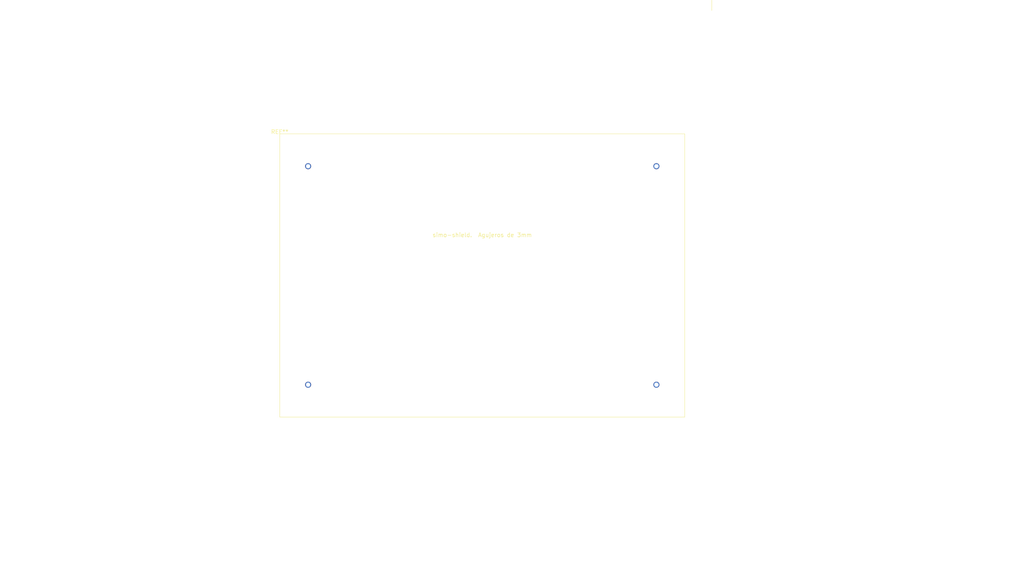
<source format=kicad_pcb>
(kicad_pcb (version 20211014) (generator pcbnew)
  (layers (0 "F.Cu" signal) (31 "B.Cu" signal) (34 "B.Paste" user) (35 "F.Paste" user) (36 "B.SilkS" user "B.Silkscreen") (37 "F.SilkS" user "F.Silkscreen") (38 "B.Mask" user) (39 "F.Mask" user) (44 "Edge.Cuts" user))
  (net 0 "")
  (footprint "simo-shield:simo-shield" (layer "F.Cu") (at 130 65)
    (fp_text reference "REF**" (at -50 -35.5 unlocked) (layer "F.SilkS"))
    (fp_text value "simo-shield")
    (fp_text user "simo-shield.  Agujeros de 3mm" (at 0 -10 unlocked) (layer "F.SilkS"))
    (fp_rect (start -50 -35) (end 50 35) (layer "F.SilkS") (width 0.12) (fill none))
    (fp_rect (start 56.68 -65.48) (end 56.68 -68.02) (layer "F.SilkS") (width 0.12) (fill none))
    (pad "1" thru_hole circle (at -43 -27) (size 1.5 1.5) (drill 1) (layers *.Cu *.Mask "Dwgs.User"))
    (pad "1" thru_hole circle (at 43 -27) (size 1.5 1.5) (drill 1) (layers *.Cu *.Mask "Dwgs.User"))
    (pad "1" thru_hole circle (at 43 27) (size 1.5 1.5) (drill 1) (layers *.Cu *.Mask "Dwgs.User"))
    (pad "1" thru_hole circle (at -43 27) (size 1.5 1.5) (drill 1) (layers *.Cu *.Mask "Dwgs.User"))
  )
)
</source>
